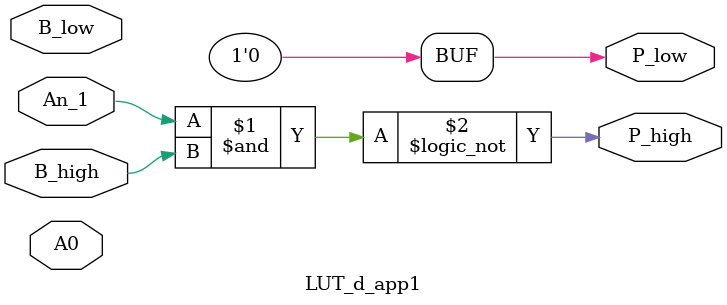
<source format=v>
`timescale 1ns/1ns
module LUT_d_app1(
    input           A0          ,
    input           B_low       ,
    input           An_1        ,
    input           B_high      ,
    output          P_high      ,
    output          P_low       //             
);

   assign P_high = !(An_1 & B_high);
   assign P_low = 1'b0;

endmodule // LUT_d_app1


</source>
